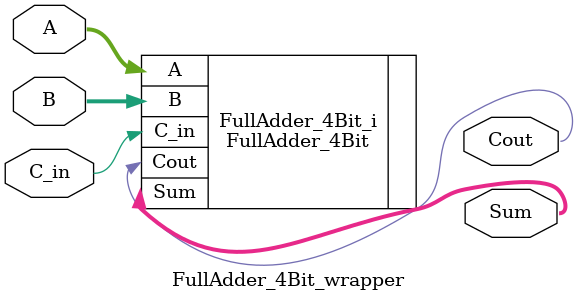
<source format=v>
`timescale 1 ps / 1 ps

module FullAdder_4Bit_wrapper
   (A,
    B,
    C_in,
    Cout,
    Sum);
  input [3:0]A;
  input [3:0]B;
  input C_in;
  output Cout;
  output [3:0]Sum;

  wire [3:0]A;
  wire [3:0]B;
  wire C_in;
  wire Cout;
  wire [3:0]Sum;

  FullAdder_4Bit FullAdder_4Bit_i
       (.A(A),
        .B(B),
        .C_in(C_in),
        .Cout(Cout),
        .Sum(Sum));
endmodule

</source>
